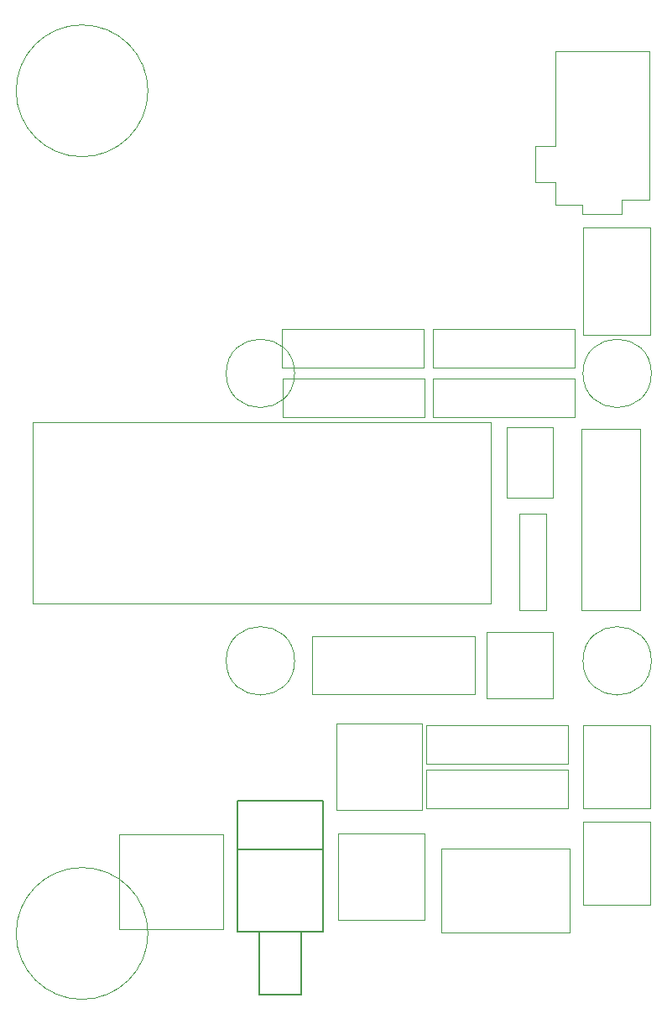
<source format=gbr>
G04 #@! TF.GenerationSoftware,KiCad,Pcbnew,5.1.6-c6e7f7d~87~ubuntu20.04.1*
G04 #@! TF.CreationDate,2020-07-24T19:13:23+01:00*
G04 #@! TF.ProjectId,OpenSpritzer_1.3,4f70656e-5370-4726-9974-7a65725f312e,rev?*
G04 #@! TF.SameCoordinates,Original*
G04 #@! TF.FileFunction,Other,User*
%FSLAX46Y46*%
G04 Gerber Fmt 4.6, Leading zero omitted, Abs format (unit mm)*
G04 Created by KiCad (PCBNEW 5.1.6-c6e7f7d~87~ubuntu20.04.1) date 2020-07-24 19:13:23*
%MOMM*%
%LPD*%
G01*
G04 APERTURE LIST*
%ADD10C,0.050000*%
%ADD11C,0.150000*%
G04 APERTURE END LIST*
D10*
X157350000Y-89650000D02*
X157350000Y-78750000D01*
X150600000Y-89650000D02*
X157350000Y-89650000D01*
X150600000Y-78750000D02*
X150600000Y-89650000D01*
X157350000Y-78750000D02*
X150600000Y-78750000D01*
X157350000Y-138750000D02*
X150600000Y-138750000D01*
X150600000Y-138750000D02*
X150600000Y-147150000D01*
X150600000Y-147150000D02*
X157350000Y-147150000D01*
X157350000Y-147150000D02*
X157350000Y-138750000D01*
X157350000Y-129000000D02*
X150600000Y-129000000D01*
X150600000Y-129000000D02*
X150600000Y-137400000D01*
X150600000Y-137400000D02*
X157350000Y-137400000D01*
X157350000Y-137400000D02*
X157350000Y-129000000D01*
X149225000Y-141400000D02*
X136275000Y-141400000D01*
X136275000Y-141400000D02*
X136275000Y-149900000D01*
X136275000Y-149900000D02*
X149225000Y-149900000D01*
X149225000Y-141400000D02*
X149225000Y-149900000D01*
X150390000Y-99070000D02*
X150390000Y-117420000D01*
X156290000Y-99070000D02*
X150390000Y-99070000D01*
X156290000Y-117420000D02*
X156290000Y-99070000D01*
X150390000Y-117420000D02*
X156290000Y-117420000D01*
X135450000Y-89000000D02*
X135450000Y-92900000D01*
X135450000Y-92900000D02*
X149740000Y-92900000D01*
X149740000Y-92900000D02*
X149740000Y-89000000D01*
X149740000Y-89000000D02*
X135450000Y-89000000D01*
X149050000Y-132900000D02*
X149050000Y-129000000D01*
X149050000Y-129000000D02*
X134760000Y-129000000D01*
X134760000Y-129000000D02*
X134760000Y-132900000D01*
X134760000Y-132900000D02*
X149050000Y-132900000D01*
X149050000Y-137400000D02*
X149050000Y-133500000D01*
X149050000Y-133500000D02*
X134760000Y-133500000D01*
X134760000Y-133500000D02*
X134760000Y-137400000D01*
X134760000Y-137400000D02*
X149050000Y-137400000D01*
X135450000Y-94000000D02*
X135450000Y-97900000D01*
X135450000Y-97900000D02*
X149740000Y-97900000D01*
X149740000Y-97900000D02*
X149740000Y-94000000D01*
X149740000Y-94000000D02*
X135450000Y-94000000D01*
X120200000Y-89000000D02*
X120200000Y-92900000D01*
X120200000Y-92900000D02*
X134490000Y-92900000D01*
X134490000Y-92900000D02*
X134490000Y-89000000D01*
X134490000Y-89000000D02*
X120200000Y-89000000D01*
X134550000Y-97900000D02*
X134550000Y-94000000D01*
X134550000Y-94000000D02*
X120260000Y-94000000D01*
X120260000Y-94000000D02*
X120260000Y-97900000D01*
X120260000Y-97900000D02*
X134550000Y-97900000D01*
X147525000Y-126300000D02*
X147525000Y-119600000D01*
X147525000Y-119600000D02*
X140825000Y-119600000D01*
X140825000Y-119600000D02*
X140825000Y-126300000D01*
X140825000Y-126300000D02*
X147525000Y-126300000D01*
X141260000Y-98470000D02*
X141260000Y-116750000D01*
X141260000Y-98470000D02*
X95040000Y-98470000D01*
X95040000Y-116750000D02*
X141260000Y-116750000D01*
X95040000Y-116750000D02*
X95040000Y-98470000D01*
X142900000Y-106050000D02*
X142900000Y-98950000D01*
X142900000Y-106050000D02*
X147500000Y-106050000D01*
X147500000Y-98950000D02*
X142900000Y-98950000D01*
X147500000Y-98950000D02*
X147500000Y-106050000D01*
X147750000Y-60970000D02*
X157250000Y-60970000D01*
X147750000Y-70540000D02*
X147750000Y-60970000D01*
X145700000Y-70540000D02*
X147750000Y-70540000D01*
X145700000Y-70540000D02*
X145700000Y-74250000D01*
X147750000Y-74250000D02*
X145750000Y-74250000D01*
X147750000Y-76480000D02*
X147750000Y-74250000D01*
X150500000Y-76480000D02*
X147750000Y-76480000D01*
X150500000Y-77450000D02*
X150500000Y-76480000D01*
X154500000Y-77450000D02*
X150500000Y-77450000D01*
X154500000Y-75970000D02*
X154500000Y-77450000D01*
X157000000Y-75970000D02*
X154500000Y-75970000D01*
X157250000Y-75970000D02*
X157250000Y-60970000D01*
X157000000Y-75970000D02*
X157250000Y-75970000D01*
X106650000Y-65000000D02*
G75*
G03*
X106650000Y-65000000I-6650000J0D01*
G01*
X139650000Y-125900000D02*
X139650000Y-120000000D01*
X139650000Y-120000000D02*
X123250000Y-120000000D01*
X123250000Y-120000000D02*
X123250000Y-125900000D01*
X123250000Y-125900000D02*
X139650000Y-125900000D01*
D11*
X115720000Y-141500000D02*
X124280000Y-141500000D01*
X122150000Y-149800000D02*
X122150000Y-156150000D01*
X117850000Y-156150000D02*
X122150000Y-156150000D01*
X117850000Y-149800000D02*
X117850000Y-156150000D01*
X115720000Y-136650000D02*
X115720000Y-149800000D01*
X124280000Y-136650000D02*
X124280000Y-149800000D01*
X115720000Y-136650000D02*
X124280000Y-136650000D01*
X115720000Y-149800000D02*
X124280000Y-149800000D01*
D10*
X125850000Y-148650000D02*
X134550000Y-148650000D01*
X134550000Y-148650000D02*
X134550000Y-139950000D01*
X134550000Y-139950000D02*
X125850000Y-139950000D01*
X125850000Y-139950000D02*
X125850000Y-148650000D01*
X125650000Y-128850000D02*
X125650000Y-137550000D01*
X134350000Y-128850000D02*
X125650000Y-128850000D01*
X134350000Y-137550000D02*
X134350000Y-128850000D01*
X125650000Y-137550000D02*
X134350000Y-137550000D01*
X121450000Y-93500000D02*
G75*
G03*
X121450000Y-93500000I-3450000J0D01*
G01*
X121450000Y-122500000D02*
G75*
G03*
X121450000Y-122500000I-3450000J0D01*
G01*
X146850000Y-107650000D02*
X144150000Y-107650000D01*
X144150000Y-107650000D02*
X144150000Y-117400000D01*
X144150000Y-117400000D02*
X146850000Y-117400000D01*
X146850000Y-117400000D02*
X146850000Y-107650000D01*
X157450000Y-93500000D02*
G75*
G03*
X157450000Y-93500000I-3450000J0D01*
G01*
X114250000Y-149600000D02*
X114250000Y-140000000D01*
X114250000Y-140000000D02*
X103750000Y-140000000D01*
X103750000Y-140000000D02*
X103750000Y-149600000D01*
X103750000Y-149600000D02*
X114250000Y-149600000D01*
X157450000Y-122500000D02*
G75*
G03*
X157450000Y-122500000I-3450000J0D01*
G01*
X106650000Y-150000000D02*
G75*
G03*
X106650000Y-150000000I-6650000J0D01*
G01*
M02*

</source>
